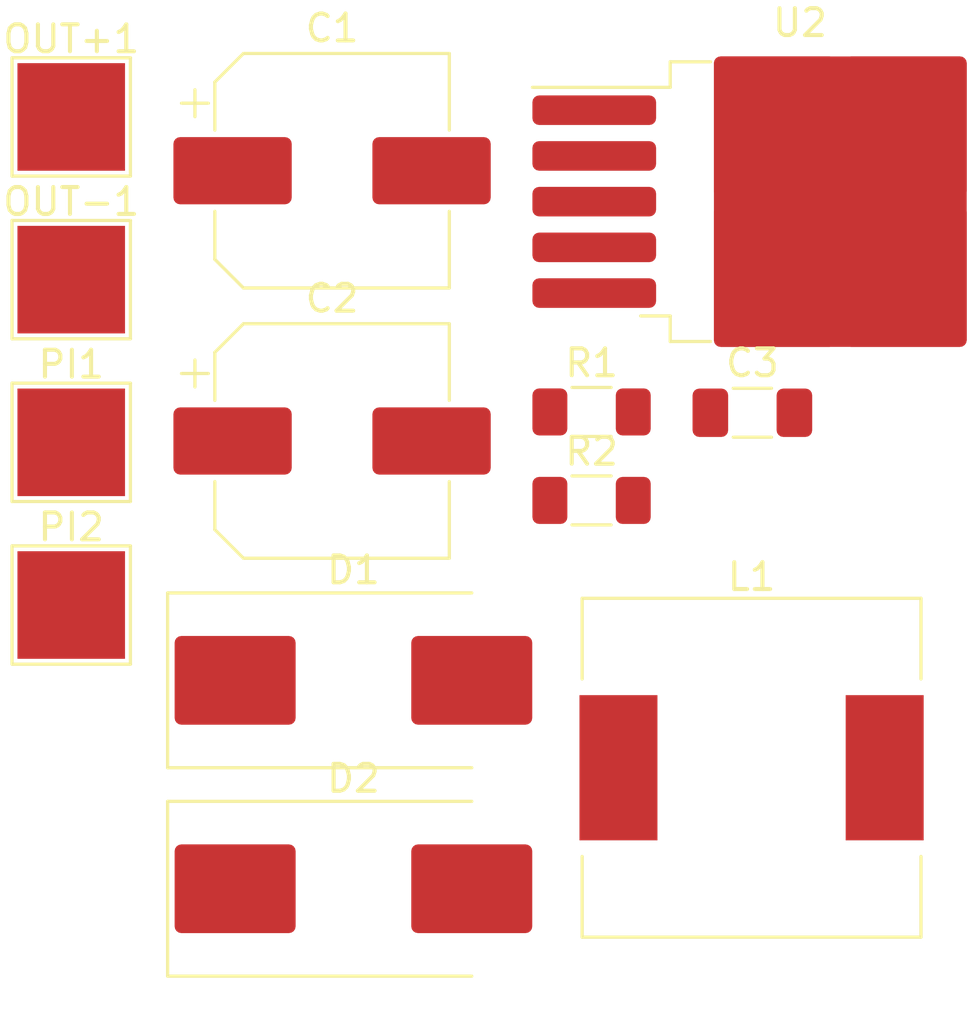
<source format=kicad_pcb>
(kicad_pcb (version 20221018) (generator pcbnew)
  (layers (0 "F.Cu" signal) (31 "B.Cu" signal) (34 "B.Paste" user) (35 "F.Paste" user) (36 "B.SilkS" user "B.Silkscreen") (37 "F.SilkS" user "F.Silkscreen") (38 "B.Mask" user) (39 "F.Mask" user) (44 "Edge.Cuts" user))
  (net 0 "")
  (net 1 "Net-(OUT+1-Pin_1)")
  (net 2 "GND")
  (net 3 "Net-(D2-K)")
  (net 4 "Net-(D1-K)")
  (net 5 "+VDC")
  (net 6 "Net-(R1-Pad1)")
  (net 7 "Net-(U2-FB)")
  (footprint "Diode_SMD:D_SMC_Handsoldering" (layer "F.Cu") (at 106.475 84.15)
    (fp_text reference "D1" (at 0 -4.1) (layer "F.SilkS"))
    (fp_text value "SS54")
    (fp_line (start -6.91 -3.25) (end 4.4 -3.25) (stroke (width 0.12)) (layer "F.SilkS"))
    (fp_line (start -6.91 3.25) (end -6.91 -3.25) (stroke (width 0.12)) (layer "F.SilkS"))
    (fp_line (start -6.91 3.25) (end 4.4 3.25) (stroke (width 0.12)) (layer "F.SilkS"))
    (pad "1" smd roundrect (at -4.4 0 90) (size 3.3 4.5) (layers "F.Cu" "F.Paste" "F.Mask") (roundrect_rratio 0.0757575758) (net 4 "Net-(D1-K)"))
    (pad "2" smd roundrect (at 4.4 0 90) (size 3.3 4.5) (layers "F.Cu" "F.Paste" "F.Mask") (roundrect_rratio 0.0757575758) (net 2 "GND"))
  )
  (footprint "Diode_SMD:D_SMC_Handsoldering" (layer "F.Cu") (at 106.475 91.9)
    (fp_text reference "D2" (at 0 -4.1) (layer "F.SilkS"))
    (fp_text value "SS54")
    (fp_line (start -6.91 -3.25) (end 4.4 -3.25) (stroke (width 0.12)) (layer "F.SilkS"))
    (fp_line (start -6.91 3.25) (end -6.91 -3.25) (stroke (width 0.12)) (layer "F.SilkS"))
    (fp_line (start -6.91 3.25) (end 4.4 3.25) (stroke (width 0.12)) (layer "F.SilkS"))
    (pad "1" smd roundrect (at -4.4 0 90) (size 3.3 4.5) (layers "F.Cu" "F.Paste" "F.Mask") (roundrect_rratio 0.0757575758) (net 3 "Net-(D2-K)"))
    (pad "2" smd roundrect (at 4.4 0 90) (size 3.3 4.5) (layers "F.Cu" "F.Paste" "F.Mask") (roundrect_rratio 0.0757575758) (net 5 "+VDC"))
  )
  (footprint "Capacitor_SMD:CP_Elec_8x10.5" (layer "F.Cu") (at 105.68 75.25)
    (fp_text reference "C2" (at 0 -5.3) (layer "F.SilkS"))
    (fp_text value "470uF")
    (fp_line (start -5.6 -2.51) (end -4.6 -2.51) (stroke (width 0.12)) (layer "F.SilkS"))
    (fp_line (start -5.1 -3.01) (end -5.1 -2.01) (stroke (width 0.12)) (layer "F.SilkS"))
    (fp_line (start -4.36 -3.295563) (end -4.36 -1.51) (stroke (width 0.12)) (layer "F.SilkS"))
    (fp_line (start -4.36 -3.295563) (end -3.295563 -4.36) (stroke (width 0.12)) (layer "F.SilkS"))
    (fp_line (start -4.36 3.295563) (end -4.36 1.51) (stroke (width 0.12)) (layer "F.SilkS"))
    (fp_line (start -4.36 3.295563) (end -3.295563 4.36) (stroke (width 0.12)) (layer "F.SilkS"))
    (fp_line (start -3.295563 -4.36) (end 4.36 -4.36) (stroke (width 0.12)) (layer "F.SilkS"))
    (fp_line (start -3.295563 4.36) (end 4.36 4.36) (stroke (width 0.12)) (layer "F.SilkS"))
    (fp_line (start 4.36 -4.36) (end 4.36 -1.51) (stroke (width 0.12)) (layer "F.SilkS"))
    (fp_line (start 4.36 4.36) (end 4.36 1.51) (stroke (width 0.12)) (layer "F.SilkS"))
    (pad "1" smd roundrect (at -3.7 0) (size 4.4 2.5) (layers "F.Cu" "F.Paste" "F.Mask") (roundrect_rratio 0.1) (net 3 "Net-(D2-K)"))
    (pad "2" smd roundrect (at 3.7 0) (size 4.4 2.5) (layers "F.Cu" "F.Paste" "F.Mask") (roundrect_rratio 0.1) (net 2 "GND"))
  )
  (footprint "Resistor_SMD:R_1206_3216Metric_Pad1.30x1.75mm_HandSolder" (layer "F.Cu") (at 115.33 77.46)
    (fp_text reference "R2" (at 0 -1.82) (layer "F.SilkS"))
    (fp_text value "5k")
    (fp_line (start -0.727064 -0.91) (end 0.727064 -0.91) (stroke (width 0.12)) (layer "F.SilkS"))
    (fp_line (start -0.727064 0.91) (end 0.727064 0.91) (stroke (width 0.12)) (layer "F.SilkS"))
    (pad "1" smd roundrect (at -1.55 0) (size 1.3 1.75) (layers "F.Cu" "F.Paste" "F.Mask") (roundrect_rratio 0.192308) (net 1 "Net-(OUT+1-Pin_1)"))
    (pad "2" smd roundrect (at 1.55 0) (size 1.3 1.75) (layers "F.Cu" "F.Paste" "F.Mask") (roundrect_rratio 0.192308) (net 7 "Net-(U2-FB)"))
  )
  (footprint "Capacitor_SMD:CP_Elec_8x10.5" (layer "F.Cu") (at 105.68 65.2)
    (fp_text reference "C1" (at 0 -5.3) (layer "F.SilkS"))
    (fp_text value "220u")
    (fp_line (start -5.6 -2.51) (end -4.6 -2.51) (stroke (width 0.12)) (layer "F.SilkS"))
    (fp_line (start -5.1 -3.01) (end -5.1 -2.01) (stroke (width 0.12)) (layer "F.SilkS"))
    (fp_line (start -4.36 -3.295563) (end -4.36 -1.51) (stroke (width 0.12)) (layer "F.SilkS"))
    (fp_line (start -4.36 -3.295563) (end -3.295563 -4.36) (stroke (width 0.12)) (layer "F.SilkS"))
    (fp_line (start -4.36 3.295563) (end -4.36 1.51) (stroke (width 0.12)) (layer "F.SilkS"))
    (fp_line (start -4.36 3.295563) (end -3.295563 4.36) (stroke (width 0.12)) (layer "F.SilkS"))
    (fp_line (start -3.295563 -4.36) (end 4.36 -4.36) (stroke (width 0.12)) (layer "F.SilkS"))
    (fp_line (start -3.295563 4.36) (end 4.36 4.36) (stroke (width 0.12)) (layer "F.SilkS"))
    (fp_line (start 4.36 -4.36) (end 4.36 -1.51) (stroke (width 0.12)) (layer "F.SilkS"))
    (fp_line (start 4.36 4.36) (end 4.36 1.51) (stroke (width 0.12)) (layer "F.SilkS"))
    (pad "1" smd roundrect (at -3.7 0) (size 4.4 2.5) (layers "F.Cu" "F.Paste" "F.Mask") (roundrect_rratio 0.1) (net 1 "Net-(OUT+1-Pin_1)"))
    (pad "2" smd roundrect (at 3.7 0) (size 4.4 2.5) (layers "F.Cu" "F.Paste" "F.Mask") (roundrect_rratio 0.1) (net 2 "GND"))
  )
  (footprint "Capacitor_SMD:C_1206_3216Metric_Pad1.33x1.80mm_HandSolder" (layer "F.Cu") (at 121.31 74.2)
    (fp_text reference "C3" (at 0 -1.85) (layer "F.SilkS"))
    (fp_text value "100n")
    (fp_line (start -0.711252 -0.91) (end 0.711252 -0.91) (stroke (width 0.12)) (layer "F.SilkS"))
    (fp_line (start -0.711252 0.91) (end 0.711252 0.91) (stroke (width 0.12)) (layer "F.SilkS"))
    (pad "1" smd roundrect (at -1.5625 0) (size 1.325 1.8) (layers "F.Cu" "F.Paste" "F.Mask") (roundrect_rratio 0.188679) (net 1 "Net-(OUT+1-Pin_1)"))
    (pad "2" smd roundrect (at 1.5625 0) (size 1.325 1.8) (layers "F.Cu" "F.Paste" "F.Mask") (roundrect_rratio 0.188679) (net 2 "GND"))
  )
  (footprint "Resistor_SMD:R_1206_3216Metric_Pad1.30x1.75mm_HandSolder" (layer "F.Cu") (at 115.33 74.17)
    (fp_text reference "R1" (at 0 -1.82) (layer "F.SilkS"))
    (fp_text value "270")
    (fp_line (start -0.727064 -0.91) (end 0.727064 -0.91) (stroke (width 0.12)) (layer "F.SilkS"))
    (fp_line (start -0.727064 0.91) (end 0.727064 0.91) (stroke (width 0.12)) (layer "F.SilkS"))
    (pad "1" smd roundrect (at -1.55 0) (size 1.3 1.75) (layers "F.Cu" "F.Paste" "F.Mask") (roundrect_rratio 0.192308) (net 6 "Net-(R1-Pad1)"))
    (pad "2" smd roundrect (at 1.55 0) (size 1.3 1.75) (layers "F.Cu" "F.Paste" "F.Mask") (roundrect_rratio 0.192308) (net 2 "GND"))
  )
  (footprint "Package_TO_SOT_SMD:TO-263-5_TabPin3" (layer "F.Cu") (at 123.08 66.35)
    (fp_text reference "U2" (at 0 -6.65) (layer "F.SilkS"))
    (fp_text value "LM2596S-ADJ")
    (fp_line (start -4.825 -5.2) (end -4.825 -4.25) (stroke (width 0.12)) (layer "F.SilkS"))
    (fp_line (start -4.825 -4.25) (end -9.95 -4.25) (stroke (width 0.12)) (layer "F.SilkS"))
    (fp_line (start -4.825 4.25) (end -5.925 4.25) (stroke (width 0.12)) (layer "F.SilkS"))
    (fp_line (start -4.825 5.2) (end -4.825 4.25) (stroke (width 0.12)) (layer "F.SilkS"))
    (fp_line (start -3.325 -5.2) (end -4.825 -5.2) (stroke (width 0.12)) (layer "F.SilkS"))
    (fp_line (start -3.325 5.2) (end -4.825 5.2) (stroke (width 0.12)) (layer "F.SilkS"))
    (pad "1" smd roundrect (at -7.65 -3.4) (size 4.6 1.1) (layers "F.Cu" "F.Paste" "F.Mask") (roundrect_rratio 0.227273) (net 3 "Net-(D2-K)"))
    (pad "2" smd roundrect (at -7.65 -1.7) (size 4.6 1.1) (layers "F.Cu" "F.Paste" "F.Mask") (roundrect_rratio 0.227273) (net 4 "Net-(D1-K)"))
    (pad "3" smd roundrect (at -7.65 0) (size 4.6 1.1) (layers "F.Cu" "F.Paste" "F.Mask") (roundrect_rratio 0.227273) (net 2 "GND"))
    (pad "3" smd roundrect (at -0.925 -2.775) (size 4.55 5.25) (layers "F.Cu" "F.Paste") (roundrect_rratio 0.054945) (net 2 "GND"))
    (pad "3" smd roundrect (at -0.925 2.775) (size 4.55 5.25) (layers "F.Cu" "F.Paste") (roundrect_rratio 0.054945) (net 2 "GND"))
    (pad "3" smd roundrect (at 1.5 0) (size 9.4 10.8) (layers "F.Cu" "F.Mask") (roundrect_rratio 0.026596) (net 2 "GND"))
    (pad "3" smd roundrect (at 3.925 -2.775) (size 4.55 5.25) (layers "F.Cu" "F.Paste") (roundrect_rratio 0.054945) (net 2 "GND"))
    (pad "3" smd roundrect (at 3.925 2.775) (size 4.55 5.25) (layers "F.Cu" "F.Paste") (roundrect_rratio 0.054945) (net 2 "GND"))
    (pad "4" smd roundrect (at -7.65 1.7) (size 4.6 1.1) (layers "F.Cu" "F.Paste" "F.Mask") (roundrect_rratio 0.227273) (net 7 "Net-(U2-FB)"))
    (pad "5" smd roundrect (at -7.65 3.4) (size 4.6 1.1) (layers "F.Cu" "F.Paste" "F.Mask") (roundrect_rratio 0.227273) (net 2 "GND"))
  )
  (footprint "TestPoint:TestPoint_Pad_4.0x4.0mm" (layer "F.Cu") (at 95.98 69.25)
    (fp_text reference "OUT-1" (at 0 -2.898) (layer "F.SilkS"))
    (fp_text value "GND")
    (fp_line (start -2.2 -2.2) (end 2.2 -2.2) (stroke (width 0.12)) (layer "F.SilkS"))
    (fp_line (start -2.2 2.2) (end -2.2 -2.2) (stroke (width 0.12)) (layer "F.SilkS"))
    (fp_line (start 2.2 -2.2) (end 2.2 2.2) (stroke (width 0.12)) (layer "F.SilkS"))
    (fp_line (start 2.2 2.2) (end -2.2 2.2) (stroke (width 0.12)) (layer "F.SilkS"))
    (pad "1" smd rect (at 0 0) (size 4 4) (layers "F.Cu" "F.Mask") (net 2 "GND"))
  )
  (footprint "Inductor_SMD:L_12x12mm_H6mm" (layer "F.Cu") (at 121.28 87.4)
    (fp_text reference "L1" (at 0 -7.1) (layer "F.SilkS"))
    (fp_text value "68uH")
    (fp_line (start -6.3 -6.3) (end 6.3 -6.3) (stroke (width 0.12)) (layer "F.SilkS"))
    (fp_line (start -6.3 -3.3) (end -6.3 -6.3) (stroke (width 0.12)) (layer "F.SilkS"))
    (fp_line (start -6.3 6.3) (end -6.3 3.3) (stroke (width 0.12)) (layer "F.SilkS"))
    (fp_line (start 6.3 -6.3) (end 6.3 -3.3) (stroke (width 0.12)) (layer "F.SilkS"))
    (fp_line (start 6.3 3.3) (end 6.3 6.3) (stroke (width 0.12)) (layer "F.SilkS"))
    (fp_line (start 6.3 6.3) (end -6.3 6.3) (stroke (width 0.12)) (layer "F.SilkS"))
    (pad "1" smd rect (at -4.95 0) (size 2.9 5.4) (layers "F.Cu" "F.Paste" "F.Mask") (net 4 "Net-(D1-K)"))
    (pad "2" smd rect (at 4.95 0) (size 2.9 5.4) (layers "F.Cu" "F.Paste" "F.Mask") (net 1 "Net-(OUT+1-Pin_1)"))
  )
  (footprint "TestPoint:TestPoint_Pad_4.0x4.0mm" (layer "F.Cu") (at 95.98 63.2)
    (fp_text reference "OUT+1" (at 0 -2.898) (layer "F.SilkS"))
    (fp_text value "OVDC")
    (fp_line (start -2.2 -2.2) (end 2.2 -2.2) (stroke (width 0.12)) (layer "F.SilkS"))
    (fp_line (start -2.2 2.2) (end -2.2 -2.2) (stroke (width 0.12)) (layer "F.SilkS"))
    (fp_line (start 2.2 -2.2) (end 2.2 2.2) (stroke (width 0.12)) (layer "F.SilkS"))
    (fp_line (start 2.2 2.2) (end -2.2 2.2) (stroke (width 0.12)) (layer "F.SilkS"))
    (pad "1" smd rect (at 0 0) (size 4 4) (layers "F.Cu" "F.Mask") (net 1 "Net-(OUT+1-Pin_1)"))
  )
  (footprint "TestPoint:TestPoint_Pad_4.0x4.0mm" (layer "F.Cu") (at 95.98 75.3)
    (fp_text reference "PI1" (at 0 -2.898) (layer "F.SilkS"))
    (fp_text value "VDC")
    (fp_line (start -2.2 -2.2) (end 2.2 -2.2) (stroke (width 0.12)) (layer "F.SilkS"))
    (fp_line (start -2.2 2.2) (end -2.2 -2.2) (stroke (width 0.12)) (layer "F.SilkS"))
    (fp_line (start 2.2 -2.2) (end 2.2 2.2) (stroke (width 0.12)) (layer "F.SilkS"))
    (fp_line (start 2.2 2.2) (end -2.2 2.2) (stroke (width 0.12)) (layer "F.SilkS"))
    (pad "1" smd rect (at 0 0) (size 4 4) (layers "F.Cu" "F.Mask") (net 5 "+VDC"))
  )
  (footprint "TestPoint:TestPoint_Pad_4.0x4.0mm" (layer "F.Cu") (at 95.98 81.35)
    (fp_text reference "PI2" (at 0 -2.898) (layer "F.SilkS"))
    (fp_text value "GND")
    (fp_line (start -2.2 -2.2) (end 2.2 -2.2) (stroke (width 0.12)) (layer "F.SilkS"))
    (fp_line (start -2.2 2.2) (end -2.2 -2.2) (stroke (width 0.12)) (layer "F.SilkS"))
    (fp_line (start 2.2 -2.2) (end 2.2 2.2) (stroke (width 0.12)) (layer "F.SilkS"))
    (fp_line (start 2.2 2.2) (end -2.2 2.2) (stroke (width 0.12)) (layer "F.SilkS"))
    (pad "1" smd rect (at 0 0) (size 4 4) (layers "F.Cu" "F.Mask") (net 2 "GND"))
  )
)
</source>
